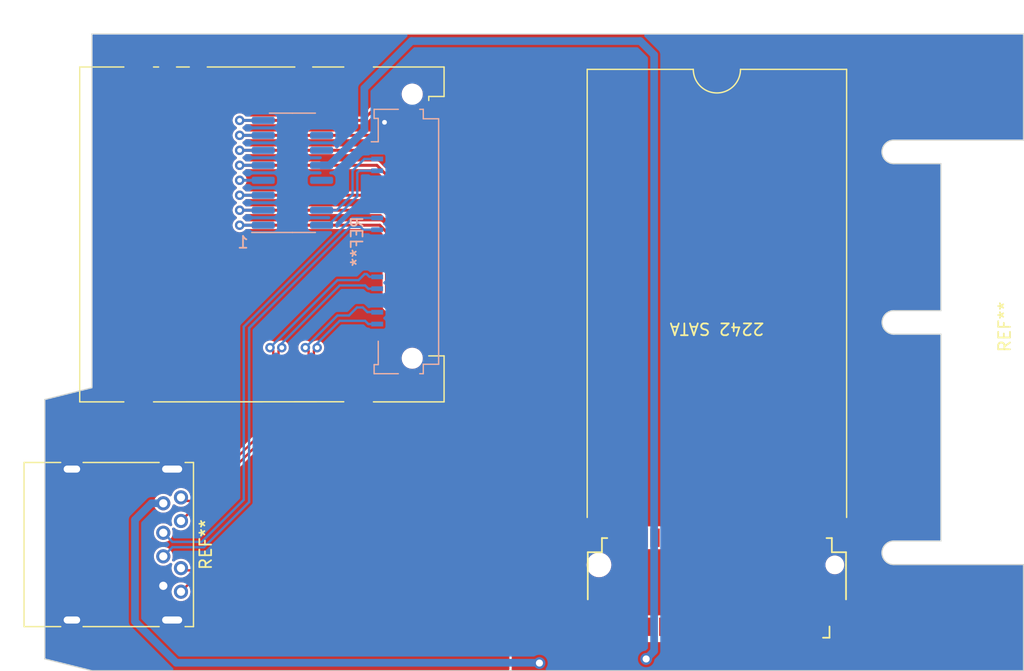
<source format=kicad_pcb>
(kicad_pcb (version 20211014) (generator pcbnew)
  (layers (0 "F.Cu" signal) (31 "B.Cu" signal) (34 "B.Paste" user) (35 "F.Paste" user) (36 "B.SilkS" user "B.Silkscreen") (37 "F.SilkS" user "F.Silkscreen") (38 "B.Mask" user) (39 "F.Mask" user) (44 "Edge.Cuts" user))
  (net 0 "")
  (net 1 "SATAB+")
  (net 2 "SATAB-")
  (net 3 "3v3")
  (net 4 "GND")
  (net 5 "SATAA-")
  (net 6 "SATAA+")
  (net 7 "5V")
  (net 8 "D+")
  (net 9 "D-")
  (net 10 "SSTX+")
  (net 11 "SSTX-")
  (net 12 "SSRX+")
  (net 13 "SSRX-")
  (footprint "whatever:microSATA_TC" (layer "F.Cu") (at 168.5 107 -90)
    (fp_text reference "REF**")
    (fp_text value "microSATA_TC")
  )
  (footprint "Connector_Card:SD_Hirose_DM1AA_SF_PEJ82" (layer "F.Cu") (at 114.4125 97 -90)
    (fp_text reference "")
    (fp_text value "SD_Hirose_DM1AA_SF_PEJ82")
  )
  (footprint "whatever:Conn_TE-M.2-0.5-67P-doublesided" (layer "F.Cu") (at 153 125 180)
    (fp_text reference "")
    (fp_text value "")
  )
  (footprint "Connector_USB:USB3_A_Molex_48393-001" (layer "F.Cu") (at 106.05 119.8 -90)
    (fp_text reference "REF**")
    (fp_text value "USB3_A_Molex_48393-001")
  )
  (footprint "Package_SO:SOIC-16_3.9x9.9mm_P1.27mm" (layer "B.Cu") (at 117 91.773)
    (fp_text reference "           1")
    (fp_text value "SOIC-16 for MA8121N")
  )
  (footprint "Connector_FFC-FPC:Molex_200528-0170_1x17-1MP_P1.00mm_Horizontal" (layer "B.Cu") (at 125.1 97.6 -90)
    (fp_text reference "REF**")
    (fp_text value "Molex_200528-0170_1x17-1MP_P1.00mm_Horizontal")
  )
  (gr_arc (start 168.01 105.46) (mid 167.01 104.46) (end 168.01 103.46) (layer "Edge.Cuts") (width 0.1))
  (gr_line (start 179 80) (end 100 80) (layer "Edge.Cuts") (width 0.1))
  (gr_line (start 179 89) (end 168 89) (layer "Edge.Cuts") (width 0.1))
  (gr_line (start 179 125) (end 168 125) (layer "Edge.Cuts") (width 0.1))
  (gr_line (start 172 123) (end 172 105.46) (layer "Edge.Cuts") (width 0.1))
  (gr_arc (start 168 91) (mid 167 90) (end 168 89) (layer "Edge.Cuts") (width 0.1))
  (gr_line (start 100 134) (end 179 134) (layer "Edge.Cuts") (width 0.1))
  (gr_line (start 100 134) (end 96 133) (layer "Edge.Cuts") (width 0.1))
  (gr_line (start 96 133) (end 96 111) (layer "Edge.Cuts") (width 0.1))
  (gr_line (start 172 91) (end 168 91) (layer "Edge.Cuts") (width 0.1))
  (gr_line (start 179 134) (end 179 125) (layer "Edge.Cuts") (width 0.1))
  (gr_line (start 96 111) (end 100 110) (layer "Edge.Cuts") (width 0.1))
  (gr_line (start 168 123) (end 172 123) (layer "Edge.Cuts") (width 0.1))
  (gr_line (start 179 80) (end 179 89) (layer "Edge.Cuts") (width 0.1))
  (gr_line (start 100 110) (end 100 80) (layer "Edge.Cuts") (width 0.1))
  (gr_line (start 172 105.46) (end 168 105.46) (layer "Edge.Cuts") (width 0.1))
  (gr_line (start 172 91) (end 172 103.46) (layer "Edge.Cuts") (width 0.1))
  (gr_line (start 172 103.46) (end 168 103.46) (layer "Edge.Cuts") (width 0.1))
  (gr_arc (start 168 125) (mid 167 124) (end 168 123) (layer "Edge.Cuts") (width 0.1))
  (segment (start 128.791 100.575) (end 129.3625 100.575) (width 0.25) (layer "F.Cu") (net 0))
  (segment (start 112.525 93.678) (end 125.055 93.678) (width 0.25) (layer "F.Cu") (net 0))
  (segment (start 124.974 96.784) (end 124.408 96.218) (width 0.25) (layer "F.Cu") (net 0))
  (segment (start 124.408 96.218) (end 112.525 96.218) (width 0.25) (layer "F.Cu") (net 0))
  (segment (start 122.966 87.328) (end 123.844 86.45) (width 0.25) (layer "F.Cu") (net 0))
  (segment (start 124.66 94.948) (end 125.974 96.262) (width 0.25) (layer "F.Cu") (net 0))
  (segment (start 112.525 94.948) (end 124.66 94.948) (width 0.25) (layer "F.Cu") (net 0))
  (segment (start 126.481 103.075) (end 129.3625 103.075) (width 0.25) (layer "F.Cu") (net 0))
  (segment (start 129.3625 93.075) (end 126.1555 89.868) (width 0.25) (layer "F.Cu") (net 0))
  (segment (start 126.974 98.758) (end 128.791 100.575) (width 0.25) (layer "F.Cu") (net 0))
  (segment (start 125.974 102.568) (end 126.481 103.075) (width 0.25) (layer "F.Cu") (net 0))
  (segment (start 127.441 105.575) (end 124.974 103.108) (width 0.25) (layer "F.Cu") (net 0))
  (segment (start 126.981 88.15) (end 129.3625 88.15) (width 0.25) (layer "F.Cu") (net 0))
  (segment (start 129.3625 105.575) (end 127.441 105.575) (width 0.25) (layer "F.Cu") (net 0))
  (segment (start 125.974 96.262) (end 125.974 102.568) (width 0.25) (layer "F.Cu") (net 0))
  (segment (start 112.525 88.598) (end 126.533 88.598) (width 0.25) (layer "F.Cu") (net 0))
  (segment (start 123.844 86.45) (end 129.3625 86.45) (width 0.25) (layer "F.Cu") (net 0))
  (segment (start 126.1555 89.868) (end 112.525 89.868) (width 0.25) (layer "F.Cu") (net 0))
  (segment (start 126.533 88.598) (end 126.981 88.15) (width 0.25) (layer "F.Cu") (net 0))
  (segment (start 124.164 91.138) (end 128.601 95.575) (width 0.25) (layer "F.Cu") (net 0))
  (segment (start 125.055 93.678) (end 126.974 95.597) (width 0.25) (layer "F.Cu") (net 0))
  (segment (start 112.525 91.138) (end 124.164 91.138) (width 0.25) (layer "F.Cu") (net 0))
  (segment (start 112.525 87.328) (end 122.966 87.328) (width 0.25) (layer "F.Cu") (net 0))
  (segment (start 126.974 95.597) (end 126.974 98.758) (width 0.25) (layer "F.Cu") (net 0))
  (segment (start 124.974 103.108) (end 124.974 96.784) (width 0.25) (layer "F.Cu") (net 0))
  (segment (start 128.601 95.575) (end 129.3625 95.575) (width 0.25) (layer "F.Cu") (net 0))
  (via (at 112.525 93.678) (size 0.8) (drill 0.4) (layers "F.Cu" "B.Cu") (net 0))
  (via (at 112.525 91.138) (size 0.8) (drill 0.4) (layers "F.Cu" "B.Cu") (net 0))
  (via (at 112.525 88.598) (size 0.8) (drill 0.4) (layers "F.Cu" "B.Cu") (net 0))
  (via (at 112.525 96.218) (size 0.8) (drill 0.4) (layers "F.Cu" "B.Cu") (net 0))
  (via (at 112.525 92.408) (size 0.8) (drill 0.4) (layers "F.Cu" "B.Cu") (net 0))
  (via (at 112.525 87.328) (size 0.8) (drill 0.4) (layers "F.Cu" "B.Cu") (net 0))
  (via (at 112.525 94.948) (size 0.8) (drill 0.4) (layers "F.Cu" "B.Cu") (net 0))
  (via (at 112.525 89.868) (size 0.8) (drill 0.4) (layers "F.Cu" "B.Cu") (net 0))
  (segment (start 114.525 96.218) (end 112.525 96.218) (width 0.25) (layer "B.Cu") (net 0))
  (segment (start 114.525 94.948) (end 112.525 94.948) (width 0.25) (layer "B.Cu") (net 0))
  (segment (start 114.525 92.408) (end 112.525 92.408) (width 0.25) (layer "B.Cu") (net 0))
  (segment (start 114.525 88.598) (end 112.525 88.598) (width 0.25) (layer "B.Cu") (net 0))
  (segment (start 114.525 87.328) (end 112.525 87.328) (width 0.25) (layer "B.Cu") (net 0))
  (segment (start 114.525 91.138) (end 112.525 91.138) (width 0.25) (layer "B.Cu") (net 0))
  (segment (start 114.525 93.678) (end 112.525 93.678) (width 0.25) (layer "B.Cu") (net 0))
  (segment (start 114.525 89.868) (end 112.525 89.868) (width 0.25) (layer "B.Cu") (net 0))
  (segment (start 161.841726 98.34) (end 164.489314 98.34) (width 0.2) (layer "F.Cu") (net 1))
  (segment (start 158.028764 103.1315) (end 158.237075 103.339811) (width 0.2) (layer "F.Cu") (net 1))
  (segment (start 164.489314 98.34) (end 166.204314 100.055) (width 0.2) (layer "F.Cu") (net 1))
  (segment (start 158.661339 102.915546) (end 158.154419 102.408625) (width 0.2) (layer "F.Cu") (net 1))
  (segment (start 152.075 108.661) (end 157.6045 103.1315) (width 0.2) (layer "F.Cu") (net 1))
  (segment (start 159.703127 100.902863) (end 159.911438 101.111174) (width 0.2) (layer "F.Cu") (net 1))
  (segment (start 158.751641 101.984363) (end 159.278863 101.457137) (width 0.2) (layer "F.Cu") (net 1))
  (segment (start 152.075 129.055) (end 152.075 108.661) (width 0.2) (layer "F.Cu") (net 1))
  (segment (start 158.154419 102.235669) (end 158.15442 102.235669) (width 0.2) (layer "F.Cu") (net 1))
  (segment (start 166.204314 100.055) (end 168.5 100.055) (width 0.2) (layer "F.Cu") (net 1))
  (segment (start 158.15442 102.235669) (end 158.405728 101.984362) (width 0.2) (layer "F.Cu") (net 1))
  (segment (start 152.25 129.23) (end 152.075 129.055) (width 0.2) (layer "F.Cu") (net 1))
  (segment (start 160.12739 100.054333) (end 160.127391 100.054334) (width 0.2) (layer "F.Cu") (net 1))
  (segment (start 158.661339 102.915545) (end 158.661339 102.915546) (width 0.2) (layer "F.Cu") (net 1))
  (segment (start 158.578684 101.984362) (end 158.578685 101.984363) (width 0.2) (layer "F.Cu") (net 1))
  (segment (start 160.335702 100.686909) (end 160.12739 100.478597) (width 0.2) (layer "F.Cu") (net 1))
  (segment (start 160.335702 100.686908) (end 160.335702 100.686909) (width 0.2) (layer "F.Cu") (net 1))
  (segment (start 152.25 130.275) (end 152.25 129.23) (width 0.2) (layer "F.Cu") (net 1))
  (segment (start 160.127391 100.054334) (end 161.841726 98.34) (width 0.2) (layer "F.Cu") (net 1))
  (segment (start 159.278863 101.457137) (end 159.278863 100.902863) (width 0.2) (layer "F.Cu") (net 1))
  (arc (start 160.12739 100.478597) (mid 160.039522 100.266465) (end 160.12739 100.054333) (width 0.2) (layer "F.Cu") (net 1))
  (arc (start 158.154419 102.408625) (mid 158.118599 102.322147) (end 158.154419 102.235669) (width 0.2) (layer "F.Cu") (net 1))
  (arc (start 157.6045 103.1315) (mid 157.816632 103.043632) (end 158.028764 103.1315) (width 0.2) (layer "F.Cu") (net 1))
  (arc (start 159.278863 100.902863) (mid 159.490995 100.814995) (end 159.703127 100.902863) (width 0.2) (layer "F.Cu") (net 1))
  (arc (start 159.911438 101.111174) (mid 160.12357 101.199042) (end 160.335702 101.111174) (width 0.2) (layer "F.Cu") (net 1))
  (arc (start 158.578685 101.984363) (mid 158.665163 102.020183) (end 158.751641 101.984363) (width 0.2) (layer "F.Cu") (net 1))
  (arc (start 158.237075 103.339811) (mid 158.449207 103.427679) (end 158.661339 103.339811) (width 0.2) (layer "F.Cu") (net 1))
  (arc (start 160.335702 101.111174) (mid 160.42357 100.899041) (end 160.335702 100.686908) (width 0.2) (layer "F.Cu") (net 1))
  (arc (start 158.405728 101.984362) (mid 158.492206 101.948542) (end 158.578684 101.984362) (width 0.2) (layer "F.Cu") (net 1))
  (arc (start 158.661339 103.339811) (mid 158.749207 103.127678) (end 158.661339 102.915545) (width 0.2) (layer "F.Cu") (net 1))
  (segment (start 153.847517 106.243982) (end 154.034051 106.057447) (width 0.2) (layer "F.Cu") (net 2))
  (segment (start 154.034052 105.819718) (end 154.034051 105.819717) (width 0.2) (layer "F.Cu") (net 2))
  (segment (start 155.73111 104.12266) (end 155.731109 104.122659) (width 0.2) (layer "F.Cu") (net 2))
  (segment (start 155.306844 104.546924) (end 155.306845 104.546924) (width 0.2) (layer "F.Cu") (net 2))
  (segment (start 154.696046 105.395453) (end 154.88258 105.208918) (width 0.2) (layer "F.Cu") (net 2))
  (segment (start 154.696045 105.395454) (end 154.696046 105.395453) (width 0.2) (layer "F.Cu") (net 2))
  (segment (start 151.912728 107.94104) (end 151.912729 107.94104) (width 0.2) (layer "F.Cu") (net 2))
  (segment (start 156.579637 103.036399) (end 156.766174 102.849866) (width 0.2) (layer "F.Cu") (net 2))
  (segment (start 157.428167 102.425601) (end 157.428166 102.4256) (width 0.2) (layer "F.Cu") (net 2))
  (segment (start 154.03405 105.581986) (end 154.220587 105.395453) (width 0.2) (layer "F.Cu") (net 2))
  (segment (start 155.731108 103.884928) (end 155.917645 103.698395) (width 0.2) (layer "F.Cu") (net 2))
  (segment (start 156.579639 103.274131) (end 156.579638 103.27413) (width 0.2) (layer "F.Cu") (net 2))
  (segment (start 153.847516 106.243983) (end 153.847517 106.243982) (width 0.2) (layer "F.Cu") (net 2))
  (segment (start 152.150458 107.941041) (end 152.150459 107.94104) (width 0.2) (layer "F.Cu") (net 2))
  (segment (start 155.731109 104.122659) (end 155.731108 104.122658) (width 0.2) (layer "F.Cu") (net 2))
  (segment (start 165.5 98.785) (end 168.5 98.785) (width 0.2) (layer "F.Cu") (net 2))
  (segment (start 153.185521 106.430515) (end 153.372058 106.243982) (width 0.2) (layer "F.Cu") (net 2))
  (segment (start 157.428168 102.425602) (end 157.428167 102.425601) (width 0.2) (layer "F.Cu") (net 2))
  (segment (start 156.393103 103.698396) (end 156.393104 103.698395) (width 0.2) (layer "F.Cu") (net 2))
  (segment (start 151.75 129.295685) (end 151.675 129.220685) (width 0.2) (layer "F.Cu") (net 2))
  (segment (start 155.731107 103.884929) (end 155.731108 103.884928) (width 0.2) (layer "F.Cu") (net 2))
  (segment (start 154.882578 104.733458) (end 154.882579 104.733457) (width 0.2) (layer "F.Cu") (net 2))
  (segment (start 151.675 129.220685) (end 151.675 107.94104) (width 0.2) (layer "F.Cu") (net 2))
  (segment (start 164.655 97.94) (end 165.5 98.785) (width 0.2) (layer "F.Cu") (net 2))
  (segment (start 152.998987 107.092512) (end 152.998988 107.092511) (width 0.2) (layer "F.Cu") (net 2))
  (segment (start 154.882581 104.971189) (end 154.88258 104.971188) (width 0.2) (layer "F.Cu") (net 2))
  (segment (start 157.241633 102.849866) (end 157.428167 102.663331) (width 0.2) (layer "F.Cu") (net 2))
  (segment (start 156.155373 103.698395) (end 156.155374 103.698395) (width 0.2) (layer "F.Cu") (net 2))
  (segment (start 152.336992 107.279044) (end 152.523529 107.092511) (width 0.2) (layer "F.Cu") (net 2))
  (segment (start 153.18552 106.430516) (end 153.185521 106.430515) (width 0.2) (layer "F.Cu") (net 2))
  (segment (start 152.336993 107.516775) (end 152.336992 107.516774) (width 0.2) (layer "F.Cu") (net 2))
  (segment (start 152.336991 107.279045) (end 152.336992 107.279044) (width 0.2) (layer "F.Cu") (net 2))
  (segment (start 161.67604 97.94) (end 164.655 97.94) (width 0.2) (layer "F.Cu") (net 2))
  (segment (start 154.458315 105.395453) (end 154.458316 105.395453) (width 0.2) (layer "F.Cu") (net 2))
  (segment (start 152.761257 107.092511) (end 152.761258 107.092511) (width 0.2) (layer "F.Cu") (net 2))
  (segment (start 156.579636 103.0364) (end 156.579637 103.036399) (width 0.2) (layer "F.Cu") (net 2))
  (segment (start 157.428166 102.18787) (end 158.035464 101.580576) (width 0.2) (layer "F.Cu") (net 2))
  (segment (start 153.609786 106.243982) (end 153.609787 106.243982) (width 0.2) (layer "F.Cu") (net 2))
  (segment (start 157.241632 102.849867) (end 157.241633 102.849866) (width 0.2) (layer "F.Cu") (net 2))
  (segment (start 152.150459 107.94104) (end 152.336993 107.754505) (width 0.2) (layer "F.Cu") (net 2))
  (segment (start 151.75 130.275) (end 151.75 129.295685) (width 0.2) (layer "F.Cu") (net 2))
  (segment (start 154.88258 104.971188) (end 154.882579 104.971187) (width 0.2) (layer "F.Cu") (net 2))
  (segment (start 153.185522 106.668246) (end 153.185521 106.668245) (width 0.2) (layer "F.Cu") (net 2))
  (segment (start 154.034049 105.581987) (end 154.03405 105.581986) (width 0.2) (layer "F.Cu") (net 2))
  (segment (start 156.579638 103.27413) (end 156.579637 103.274129) (width 0.2) (layer "F.Cu") (net 2))
  (segment (start 152.998988 107.092511) (end 153.185522 106.905976) (width 0.2) (layer "F.Cu") (net 2))
  (segment (start 154.034051 105.819717) (end 154.03405 105.819716) (width 0.2) (layer "F.Cu") (net 2))
  (segment (start 157.428165 102.187871) (end 157.428166 102.18787) (width 0.2) (layer "F.Cu") (net 2))
  (segment (start 152.336994 107.516776) (end 152.336993 107.516775) (width 0.2) (layer "F.Cu") (net 2))
  (segment (start 153.185523 106.668247) (end 153.185522 106.668246) (width 0.2) (layer "F.Cu") (net 2))
  (segment (start 155.544575 104.546924) (end 155.731109 104.360389) (width 0.2) (layer "F.Cu") (net 2))
  (segment (start 158.035464 101.580576) (end 161.67604 97.94) (width 0.2) (layer "F.Cu") (net 2))
  (segment (start 155.544574 104.546925) (end 155.544575 104.546924) (width 0.2) (layer "F.Cu") (net 2))
  (segment (start 154.882579 104.733457) (end 155.069116 104.546924) (width 0.2) (layer "F.Cu") (net 2))
  (segment (start 157.003902 102.849866) (end 157.003903 102.849866) (width 0.2) (layer "F.Cu") (net 2))
  (segment (start 156.393104 103.698395) (end 156.579638 103.51186) (width 0.2) (layer "F.Cu") (net 2))
  (arc (start 156.579638 103.51186) (mid 156.628874 103.392996) (end 156.579639 103.274131) (width 0.2) (layer "F.Cu") (net 2))
  (arc (start 155.917645 103.698395) (mid 156.036509 103.64916) (end 156.155373 103.698395) (width 0.2) (layer "F.Cu") (net 2))
  (arc (start 156.766174 102.849866) (mid 156.885038 102.800631) (end 157.003902 102.849866) (width 0.2) (layer "F.Cu") (net 2))
  (arc (start 157.003903 102.849866) (mid 157.122767 102.899102) (end 157.241632 102.849867) (width 0.2) (layer "F.Cu") (net 2))
  (arc (start 157.428167 102.663331) (mid 157.477403 102.544467) (end 157.428168 102.425602) (width 0.2) (layer "F.Cu") (net 2))
  (arc (start 154.034051 106.057447) (mid 154.083287 105.938583) (end 154.034052 105.819718) (width 0.2) (layer "F.Cu") (net 2))
  (arc (start 155.731108 104.122658) (mid 155.681872 104.003794) (end 155.731107 103.884929) (width 0.2) (layer "F.Cu") (net 2))
  (arc (start 156.155374 103.698395) (mid 156.274238 103.747631) (end 156.393103 103.698396) (width 0.2) (layer "F.Cu") (net 2))
  (arc (start 153.372058 106.243982) (mid 153.490922 106.194747) (end 153.609786 106.243982) (width 0.2) (layer "F.Cu") (net 2))
  (arc (start 151.912729 107.94104) (mid 152.031593 107.990276) (end 152.150458 107.941041) (width 0.2) (layer "F.Cu") (net 2))
  (arc (start 157.428166 102.4256) (mid 157.37893 102.306736) (end 157.428165 102.187871) (width 0.2) (layer "F.Cu") (net 2))
  (arc (start 154.220587 105.395453) (mid 154.339451 105.346218) (end 154.458315 105.395453) (width 0.2) (layer "F.Cu") (net 2))
  (arc (start 152.761258 107.092511) (mid 152.880122 107.141747) (end 152.998987 107.092512) (width 0.2) (layer "F.Cu") (net 2))
  (arc (start 152.336992 107.516774) (mid 152.287756 107.39791) (end 152.336991 107.279045) (width 0.2) (layer "F.Cu") (net 2))
  (arc (start 155.069116 104.546924) (mid 155.18798 104.497689) (end 155.306844 104.546924) (width 0.2) (layer "F.Cu") (net 2))
  (arc (start 155.731109 104.360389) (mid 155.780345 104.241525) (end 155.73111 104.12266) (width 0.2) (layer "F.Cu") (net 2))
  (arc (start 154.03405 105.819716) (mid 153.984814 105.700852) (end 154.034049 105.581987) (width 0.2) (layer "F.Cu") (net 2))
  (arc (start 152.336993 107.754505) (mid 152.386229 107.635641) (end 152.336994 107.516776) (width 0.2) (layer "F.Cu") (net 2))
  (arc (start 151.675 107.94104) (mid 151.793864 107.891805) (end 151.912728 107.94104) (width 0.2) (layer "F.Cu") (net 2))
  (arc (start 154.882579 104.971187) (mid 154.833343 104.852323) (end 154.882578 104.733458) (width 0.2) (layer "F.Cu") (net 2))
  (arc (start 154.88258 105.208918) (mid 154.931816 105.090054) (end 154.882581 104.971189) (width 0.2) (layer "F.Cu") (net 2))
  (arc (start 155.306845 104.546924) (mid 155.425709 104.59616) (end 155.544574 104.546925) (width 0.2) (layer "F.Cu") (net 2))
  (arc (start 154.458316 105.395453) (mid 154.57718 105.444689) (end 154.696045 105.395454) (width 0.2) (layer "F.Cu") (net 2))
  (arc (start 153.185522 106.905976) (mid 153.234758 106.787112) (end 153.185523 106.668247) (width 0.2) (layer "F.Cu") (net 2))
  (arc (start 152.523529 107.092511) (mid 152.642393 107.043276) (end 152.761257 107.092511) (width 0.2) (layer "F.Cu") (net 2))
  (arc (start 153.185521 106.668245) (mid 153.136285 106.549381) (end 153.18552 106.430516) (width 0.2) (layer "F.Cu") (net 2))
  (arc (start 153.609787 106.243982) (mid 153.728651 106.293218) (end 153.847516 106.243983) (width 0.2) (layer "F.Cu") (net 2))
  (arc (start 156.579637 103.274129) (mid 156.530401 103.155265) (end 156.579636 103.0364) (width 0.2) (layer "F.Cu") (net 2))
  (segment (start 166 107.445) (end 162.287 107.445) (width 0.2) (layer "F.Cu") (net 3))
  (segment (start 165.996 107.859) (end 165.589 108.02) (width 0.2) (layer "F.Cu") (net 3))
  (segment (start 162.05 121.959) (end 162.05 109.494) (width 0.2) (layer "F.Cu") (net 3))
  (segment (start 162.288 107.446) (end 162.288 107.756) (width 0.2) (layer "F.Cu") (net 3))
  (segment (start 162.288 107.756) (end 166.334 107.756) (width 0.2) (layer "F.Cu") (net 3))
  (segment (start 162.102 108.108) (end 162.327 107.793) (width 0.2) (layer "F.Cu") (net 3))
  (segment (start 161.472 108.264) (end 161.45 108.264) (width 0.2) (layer "F.Cu") (net 3))
  (segment (start 161.989 121.959) (end 162.05 121.959) (width 0.2) (layer "F.Cu") (net 3))
  (segment (start 162.75 109) (end 162.5 109.25) (width 0.2) (layer "F.Cu") (net 3))
  (segment (start 162.303 108.259) (end 161.841 108.154) (width 0.2) (layer "F.Cu") (net 3))
  (segment (start 161.814 121.679) (end 161.841 108.367) (width 0.2) (layer "F.Cu") (net 3))
  (segment (start 162.543 108.673) (end 162.602 108.772) (width 0.2) (layer "F.Cu") (net 3))
  (segment (start 161.738 108.265) (end 162.303 108.259) (width 0.2) (layer "F.Cu") (net 3))
  (segment (start 161.841 108.154) (end 162.173 107.805) (width 0.2) (layer "F.Cu") (net 3))
  (segment (start 161.958 108.458) (end 161.738 108.265) (width 0.2) (layer "F.Cu") (net 3))
  (segment (start 162.11 107.67) (end 168.5 107.67) (width 0.25) (layer "F.Cu") (net 3))
  (segment (start 162.5 108.574) (end 165.544 108.483) (width 0.2) (layer "F.Cu") (net 3))
  (segment (start 168.5 108.94) (end 162.49 108.94) (width 0.25) (layer "F.Cu") (net 3))
  (segment (start 162.327 107.793) (end 162.214 108.147) (width 0.2) (layer "F.Cu") (net 3))
  (segment (start 161.693 108.342) (end 161.664 121.697) (width 0.2) (layer "F.Cu") (net 3))
  (segment (start 166.334 107.446) (end 162.288 107.446) (width 0.2) (layer "F.Cu") (net 3))
  (segment (start 165.544 108.483) (end 165.568 108.622) (width 0.2) (layer "F.Cu") (net 3))
  (segment (start 162.273 109.165) (end 162.492 109.044) (width 0.2) (layer "F.Cu") (net 3))
  (segment (start 165.589 108.02) (end 162.31 107.996) (width 0.2) (layer "F.Cu") (net 3))
  (segment (start 162.095 108.961) (end 162.055 109.062) (width 0.2) (layer "F.Cu") (net 3))
  (segment (start 166.334 107.756) (end 166.334 107.446) (width 0.2) (layer "F.Cu") (net 3))
  (segment (start 162.602 108.772) (end 165.986 108.765) (width 0.2) (layer "F.Cu") (net 3))
  (segment (start 166.135 109.165) (end 162.273 109.165) (width 0.2) (layer "F.Cu") (net 3))
  (segment (start 161.967 109.274) (end 162.509 108.766) (width 0.2) (layer "F.Cu") (net 3))
  (segment (start 161.978 108.891) (end 162.381 108.489) (width 0.2) (layer "F.Cu") (net 3))
  (segment (start 161.5 108.28) (end 162.11 107.67) (width 0.25) (layer "F.Cu") (net 3))
  (segment (start 162.492 109.044) (end 166.089 109.033) (width 0.2) (layer "F.Cu") (net 3))
  (segment (start 162.381 108.489) (end 161.866 108.771) (width 0.2) (layer "F.Cu") (net 3))
  (segment (start 161.45 122.104) (end 161.472 122.104) (width 0.2) (layer "F.Cu") (net 3))
  (segment (start 161.472 122.104) (end 161.472 108.264) (width 0.2) (layer "F.Cu") (net 3))
  (segment (start 161.841 108.367) (end 161.967 109.274) (width 0.2) (layer "F.Cu") (net 3))
  (segment (start 165.429 108.359) (end 162.352 108.384) (width 0.2) (layer "F.Cu") (net 3))
  (segment (start 161.45 108.264) (end 161.45 122.104) (width 0.2) (layer "F.Cu") (net 3))
  (segment (start 161.5 122.725) (end 161.5 108.28) (width 0.25) (layer "F.Cu") (net 3))
  (segment (start 162.451 108.622) (end 161.978 108.891) (width 0.2) (layer "F.Cu") (net 3))
  (segment (start 161.664 121.697) (end 161.814 121.679) (width 0.2) (layer "F.Cu") (net 3))
  (segment (start 162.49 108.94) (end 162 109.43) (width 0.25) (layer "F.Cu") (net 3))
  (segment (start 166.127 109.067) (end 166.135 109.165) (width 0.2) (layer "F.Cu") (net 3))
  (segment (start 165.568 108.622) (end 162.543 108.673) (width 0.2) (layer "F.Cu") (net 3))
  (segment (start 162 109.43) (end 162 122.725) (width 0.25) (layer "F.Cu") (net 3))
  (segment (start 162.287 107.445) (end 161.45 108.264) (width 0.2) (layer "F.Cu") (net 3))
  (segment (start 162.055 109.062) (end 162.451 108.622) (width 0.2) (layer "F.Cu") (net 3))
  (segment (start 161.866 108.771) (end 162.333 108.342) (width 0.2) (layer "F.Cu") (net 3))
  (segment (start 165.833 107.618) (end 166 107.445) (width 0.2) (layer "F.Cu") (net 3))
  (segment (start 162.509 108.766) (end 162.095 108.961) (width 0.2) (layer "F.Cu") (net 3))
  (segment (start 162.173 107.805) (end 162.102 108.108) (width 0.2) (layer "F.Cu") (net 3))
  (segment (start 162.31 107.996) (end 162.393 108.186) (width 0.2) (layer "F.Cu") (net 3))
  (segment (start 165.586 108.17) (end 165.429 108.359) (width 0.2) (layer "F.Cu") (net 3))
  (segment (start 162.333 108.342) (end 161.958 108.458) (width 0.2) (layer "F.Cu") (net 3))
  (segment (start 162.214 108.147) (end 162.432 107.857) (width 0.2) (layer "F.Cu") (net 3))
  (segment (start 162.332 107.57) (end 165.833 107.618) (width 0.2) (layer "F.Cu") (net 3))
  (segment (start 161.75 110) (end 162.75 109) (width 0.2) (layer "F.Cu") (net 3))
  (segment (start 162.352 108.384) (end 162.5 108.574) (width 0.2) (layer "F.Cu") (net 3))
  (segment (start 162.432 107.857) (end 165.996 107.859) (width 0.2) (layer "F.Cu") (net 3))
  (segment (start 162.5 109.25) (end 162 109.5) (width 0.2) (layer "F.Cu") (net 3))
  (segment (start 162.393 108.186) (end 165.586 108.17) (width 0.2) (layer "F.Cu") (net 3))
  (arc (start 161.55 121.95) (mid 161.75 121.75) (end 161.95 121.95) (width 0.2) (layer "F.Cu") (net 3))
  (arc (start 166 108.715) (mid 165.59 108.305) (end 166 107.895) (width 0.2) (layer "F.Cu") (net 3))
  (segment (start 166.325 97.515) (end 166.3245 97.5145) (width 0.25) (layer "F.Cu") (net 4))
  (segment (start 168.5 97.515) (end 161.5 97.515) (width 0.25) (layer "F.Cu") (net 4))
  (segment (start 161.5 97.515) (end 151.25 107.765) (width 0.25) (layer "F.Cu") (net 4))
  (segment (start 151.25 107.765) (end 151.25 130.275) (width 0.25) (layer "F.Cu") (net 4))
  (segment (start 168.5 97.515) (end 166.325 97.515) (width 0.25) (layer "F.Cu") (net 4))
  (via (at 124.811 87.491) (size 0.8) (drill 0.4) (layers "F.Cu" "B.Cu") (net 4))
  (segment (start 126.6 87.1) (end 127.19 87.1) (width 0.2) (layer "B.Cu") (net 4))
  (segment (start 150.825 125.305) (end 150.825 107.58896) (width 0.2) (layer "F.Cu") (net 5))
  (segment (start 150.639544 125.719545) (end 150.639545 125.719545) (width 0.2) (layer "F.Cu") (net 5))
  (segment (start 150.825 129.225) (end 150.825 128.905) (width 0.2) (layer "F.Cu") (net 5))
  (segment (start 150.639545 127.519545) (end 150.639544 127.519545) (width 0.2) (layer "F.Cu") (net 5))
  (segment (start 161.32396 97.09) (end 164.655 97.09) (width 0.2) (layer "F.Cu") (net 5))
  (segment (start 150.825 126.73409) (end 150.825 126.505) (width 0.2) (layer "F.Cu") (net 5))
  (segment (start 150.639544 128.119545) (end 150.639545 128.119545) (width 0.2) (layer "F.Cu") (net 5))
  (segment (start 164.655 97.09) (end 165.5 96.245) (width 0.2) (layer "F.Cu") (net 5))
  (segment (start 150.825 125.53409) (end 150.825 125.305) (width 0.2) (layer "F.Cu") (net 5))
  (segment (start 150.454089 128.53409) (end 150.454089 128.305) (width 0.2) (layer "F.Cu") (net 5))
  (segment (start 165.5 96.245) (end 168.5 96.245) (width 0.2) (layer "F.Cu") (net 5))
  (segment (start 150.454089 127.33409) (end 150.454089 127.105) (width 0.2) (layer "F.Cu") (net 5))
  (segment (start 150.75 129.3) (end 150.825 129.225) (width 0.2) (layer "F.Cu") (net 5))
  (segment (start 150.75 130.275) (end 150.75 129.3) (width 0.2) (layer "F.Cu") (net 5))
  (segment (start 150.639544 126.919545) (end 150.639545 126.919545) (width 0.2) (layer "F.Cu") (net 5))
  (segment (start 150.825 107.58896) (end 161.32396 97.09) (width 0.2) (layer "F.Cu") (net 5))
  (segment (start 150.639545 128.719545) (end 150.639544 128.719545) (width 0.2) (layer "F.Cu") (net 5))
  (segment (start 150.639545 126.319545) (end 150.639544 126.319545) (width 0.2) (layer "F.Cu") (net 5))
  (segment (start 150.825 127.93409) (end 150.825 127.705) (width 0.2) (layer "F.Cu") (net 5))
  (segment (start 150.454089 126.13409) (end 150.454089 125.905) (width 0.2) (layer "F.Cu") (net 5))
  (arc (start 150.639545 128.119545) (mid 150.770681 128.065226) (end 150.825 127.93409) (width 0.2) (layer "F.Cu") (net 5))
  (arc (start 150.454089 125.905) (mid 150.508408 125.773864) (end 150.639544 125.719545) (width 0.2) (layer "F.Cu") (net 5))
  (arc (start 150.639544 126.319545) (mid 150.508408 126.265226) (end 150.454089 126.13409) (width 0.2) (layer "F.Cu") (net 5))
  (arc (start 150.454089 127.105) (mid 150.508408 126.973864) (end 150.639544 126.919545) (width 0.2) (layer "F.Cu") (net 5))
  (arc (start 150.825 128.905) (mid 150.770681 128.773864) (end 150.639545 128.719545) (width 0.2) (layer "F.Cu") (net 5))
  (arc (start 150.639545 125.719545) (mid 150.770681 125.665226) (end 150.825 125.53409) (width 0.2) (layer "F.Cu") (net 5))
  (arc (start 150.454089 128.305) (mid 150.508408 128.173864) (end 150.639544 128.119545) (width 0.2) (layer "F.Cu") (net 5))
  (arc (start 150.825 127.705) (mid 150.770681 127.573864) (end 150.639545 127.519545) (width 0.2) (layer "F.Cu") (net 5))
  (arc (start 150.639544 127.519545) (mid 150.508408 127.465226) (end 150.454089 127.33409) (width 0.2) (layer "F.Cu") (net 5))
  (arc (start 150.639544 128.719545) (mid 150.508408 128.665226) (end 150.454089 128.53409) (width 0.2) (layer "F.Cu") (net 5))
  (arc (start 150.639545 126.919545) (mid 150.770681 126.865226) (end 150.825 126.73409) (width 0.2) (layer "F.Cu") (net 5))
  (arc (start 150.825 126.505) (mid 150.770681 126.373864) (end 150.639545 126.319545) (width 0.2) (layer "F.Cu") (net 5))
  (segment (start 150.25 129.23) (end 150.25 130.275) (width 0.2) (layer "F.Cu") (net 6))
  (segment (start 150 128.98) (end 150.25 129.23) (width 0.2) (layer "F.Cu") (net 6))
  (segment (start 150.425 107.423275) (end 150.425 125.23) (width 0.2) (layer "F.Cu") (net 6))
  (segment (start 150.425 125.23) (end 150 125.655) (width 0.2) (layer "F.Cu") (net 6))
  (segment (start 168.5 94.975) (end 166.204314 94.975) (width 0.2) (layer "F.Cu") (net 6))
  (segment (start 161.158274 96.69) (end 150.425 107.423275) (width 0.2) (layer "F.Cu") (net 6))
  (segment (start 166.204314 94.975) (end 164.489314 96.69) (width 0.2) (layer "F.Cu") (net 6))
  (segment (start 150 125.655) (end 150 128.98) (width 0.2) (layer "F.Cu") (net 6))
  (segment (start 164.489314 96.69) (end 161.158274 96.69) (width 0.2) (layer "F.Cu") (net 6))
  (segment (start 165 113.2) (end 165 113) (width 0.65) (layer "F.Cu") (net 7))
  (segment (start 135.78 133.89) (end 135.7 133.89) (width 0.2) (layer "F.Cu") (net 7))
  (segment (start 135.7 131.68) (end 136.16 131.68) (width 0.2) (layer "F.Cu") (net 7))
  (segment (start 136.856724 133.318276) (end 136.309 133.318) (width 0.2) (layer "F.Cu") (net 7))
  (segment (start 164 133) (end 163.5 132.5) (width 0.65) (layer "F.Cu") (net 7))
  (segment (start 164.6 131.9) (end 164.6 114.2) (width 0.2) (layer "F.Cu") (net 7))
  (segment (start 165.4 114.5) (end 165.4 132.7) (width 0.2) (layer "F.Cu") (net 7))
  (segment (start 165.25 113.5) (end 165.25 112.75) (width 0.65) (layer "F.Cu") (net 7))
  (segment (start 165.37 114.188) (end 165.416 114.098) (width 0.2) (layer "F.Cu") (net 7))
  (segment (start 164.696 133.21) (end 164.127 133.332) (width 0.2) (layer "F.Cu") (net 7))
  (segment (start 136.165 133.665) (end 136 133.5) (width 0.65) (layer "F.Cu") (net 7))
  (segment (start 135.7 133.89) (end 135.7 131.68) (width 0.2) (layer "F.Cu") (net 7))
  (segment (start 165.48 114.02) (end 165.48 113.73) (width 0.65) (layer "F.Cu") (net 7))
  (segment (start 136.1 131.9) (end 164.6 131.9) (width 0.65) (layer "F.Cu") (net 7))
  (segment (start 136 132.5) (end 136 132) (width 0.65) (layer "F.Cu") (net 7))
  (segment (start 164.6 113.082) (end 165.157 112.525) (width 0.2) (layer "F.Cu") (net 7))
  (segment (start 164.6 114.2) (end 164.6 113.082) (width 0.2) (layer "F.Cu") (net 7))
  (segment (start 165.4 114.46) (end 165.4 114.623) (width 0.2) (layer "F.Cu") (net 7))
  (segment (start 165.473 112.762) (end 165.472 112.526) (width 0.2) (layer "F.Cu") (net 7))
  (segment (start 164.456 132.232) (end 163.679 132.259) (width 0.2) (layer "F.Cu") (net 7))
  (segment (start 165.472 112.526) (end 165.165 112.526) (width 0.2) (layer "F.Cu") (net 7))
  (segment (start 165 113.2) (end 165 132.5) (width 0.65) (layer "F.Cu") (net 7))
  (segment (start 164.98 133.89) (end 165.24 132.63) (width 0.2) (layer "F.Cu") (net 7))
  (segment (start 164.127 133.332) (end 136.856724 133.318276) (width 0.2) (layer "F.Cu") (net 7))
  (segment (start 136.19 133.89) (end 135.78 133.89) (width 0.2) (layer "F.Cu") (net 7))
  (segment (start 136.16 131.68) (end 136.16 131.675) (width 0.2) (layer "F.Cu") (net 7))
  (segment (start 168.5 114.02) (end 165.5 114.02) (width 0.65) (layer "F.Cu") (net 7))
  (segment (start 149.5 133) (end 164 133) (width 0.65) (layer "F.Cu") (net 7))
  (segment (start 165 113) (end 165.25 112.75) (width 0.65) (layer "F.Cu") (net 7))
  (segment (start 165.25 112.75) (end 168.5 112.75) (width 0.65) (layer "F.Cu") (net 7))
  (segment (start 163.679 132.259) (end 164.696 133.21) (width 0.2) (layer "F.Cu") (net 7))
  (segment (start 136 132) (end 136.1 131.9) (width 0.65) (layer "F.Cu") (net 7))
  (segment (start 135.7 131.675) (end 135.7 131.813) (width 0.2) (layer "F.Cu") (net 7))
  (segment (start 165.4 132.7) (end 165.4 133.89) (width 0.2) (layer "F.Cu") (net 7))
  (segment (start 165.416 114.098) (end 165.324 114.356) (width 0.2) (layer "F.Cu") (net 7))
  (segment (start 165.48 113.73) (end 165.25 113.5) (width 0.65) (layer "F.Cu") (net 7))
  (segment (start 164.665 133.665) (end 164 133) (width 0.65) (layer "F.Cu") (net 7))
  (segment (start 164.665 133.665) (end 136.165 133.665) (width 0.65) (layer "F.Cu") (net 7))
  (segment (start 165 133.665) (end 164.665 133.665) (width 0.65) (layer "F.Cu") (net 7))
  (segment (start 164.6 132.7) (end 164.6 131.9) (width 0.2) (layer "F.Cu") (net 7))
  (segment (start 136 133) (end 149.5 133) (width 0.65) (layer "F.Cu") (net 7))
  (segment (start 165.4 133.89) (end 164.98 133.89) (width 0.2) (layer "F.Cu") (net 7))
  (segment (start 136 133.5) (end 136 133) (width 0.65) (layer "F.Cu") (net 7))
  (segment (start 165.25 112.75) (end 165.25 112.95) (width 0.65) (layer "F.Cu") (net 7))
  (segment (start 164.5 132.5) (end 165 133) (width 0.65) (layer "F.Cu") (net 7))
  (segment (start 136.16 131.675) (end 135.7 131.675) (width 0.2) (layer "F.Cu") (net 7))
  (segment (start 163.5 132.5) (end 136 132.5) (width 0.65) (layer "F.Cu") (net 7))
  (segment (start 164 133) (end 164 132.5) (width 0.65) (layer "F.Cu") (net 7))
  (segment (start 165.5 114.02) (end 165.48 114.02) (width 0.65) (layer "F.Cu") (net 7))
  (segment (start 165 133) (end 165 133.665) (width 0.65) (layer "F.Cu") (net 7))
  (segment (start 165 113.2) (end 165.25 112.95) (width 0.65) (layer "F.Cu") (net 7))
  (segment (start 165.25 112.95) (end 165.4 113.1) (width 0.65) (layer "F.Cu") (net 7))
  (segment (start 135.7 131.813) (end 135.854 133.805) (width 0.2) (layer "F.Cu") (net 7))
  (segment (start 165.24 132.63) (end 165.31 132.87) (width 0.2) (layer "F.Cu") (net 7))
  (via (at 137.95 133.35) (size 1) (drill 0.6) (layers "F.Cu" "B.Cu") (net 7))
  (via (at 147 133) (size 1) (drill 0.6) (layers "F.Cu" "B.Cu") (net 7))
  (arc (start 166 113.795) (mid 165.59 113.385) (end 166 112.975) (width 0.2) (layer "F.Cu") (net 7))
  (arc (start 166 113.795) (mid 165.59 113.385) (end 166 112.975) (width 0.2) (layer "F.Cu") (net 7))
  (arc (start 165.4 114.46) (mid 165.462972 114.307972) (end 165.615 114.245) (width 0.2) (layer "F.Cu") (net 7))
  (segment (start 147.675 81.775) (end 147.675 132.325) (width 0.65) (layer "B.Cu") (net 7))
  (segment (start 107.15 133.325) (end 137.925 133.325) (width 0.65) (layer "B.Cu") (net 7))
  (segment (start 147.675 132.325) (end 147 133) (width 0.65) (layer "B.Cu") (net 7))
  (segment (start 123.1 84.6) (end 127.1 80.6) (width 0.65) (layer "B.Cu") (net 7))
  (segment (start 105.05 119.8) (end 103.65 121.2) (width 0.65) (layer "B.Cu") (net 7))
  (segment (start 103.65 121.2) (end 103.65 129.825) (width 0.65) (layer "B.Cu") (net 7))
  (segment (start 120.134594 91.138) (end 123.1 88.172594) (width 0.65) (layer "B.Cu") (net 7))
  (segment (start 106.05 119.8) (end 105.05 119.8) (width 0.65) (layer "B.Cu") (net 7))
  (segment (start 127.1 80.6) (end 146.5 80.6) (width 0.65) (layer "B.Cu") (net 7))
  (segment (start 137.925 133.325) (end 137.95 133.35) (width 0.65) (layer "B.Cu") (net 7))
  (segment (start 123.1 88.172594) (end 123.1 84.6) (width 0.65) (layer "B.Cu") (net 7))
  (segment (start 119.475 91.138) (end 120.134594 91.138) (width 0.65) (layer "B.Cu") (net 7))
  (segment (start 103.65 129.825) (end 107.15 133.325) (width 0.65) (layer "B.Cu") (net 7))
  (segment (start 146.5 80.6) (end 147.675 81.775) (width 0.65) (layer "B.Cu") (net 7))
  (segment (start 122.5 91.765686) (end 122.5 93.765686) (width 0.2) (layer "B.Cu") (net 8))
  (segment (start 113.325 119.6932) (end 113.325 104.940686) (width 0.2) (layer "B.Cu") (net 8))
  (segment (start 122.774 96.36) (end 123.014 96.6) (width 0.2) (layer "B.Cu") (net 8))
  (segment (start 106.05 124.3) (end 106.824999 123.525001) (width 0.2) (layer "B.Cu") (net 8))
  (segment (start 122.5 93.765686) (end 120.047685 96.218) (width 0.2) (layer "B.Cu") (net 8))
  (segment (start 122.665686 91.6) (end 124.19 91.6) (width 0.2) (layer "B.Cu") (net 8))
  (segment (start 122.5 91.765686) (end 122.665686 91.6) (width 0.2) (layer "B.Cu") (net 8))
  (segment (start 113.325 104.940686) (end 121.905686 96.36) (width 0.2) (layer "B.Cu") (net 8))
  (segment (start 123.014 96.6) (end 124.19 96.6) (width 0.2) (layer "B.Cu") (net 8))
  (segment (start 109.493199 123.525001) (end 113.325 119.6932) (width 0.2) (layer "B.Cu") (net 8))
  (segment (start 106.824999 123.525001) (end 109.493199 123.525001) (width 0.2) (layer "B.Cu") (net 8))
  (segment (start 120.047685 96.218) (end 119.475 96.218) (width 0.2) (layer "B.Cu") (net 8))
  (segment (start 121.905686 96.36) (end 122.774 96.36) (width 0.2) (layer "B.Cu") (net 8))
  (segment (start 112.875 119.5068) (end 112.875 104.825) (width 0.2) (layer "B.Cu") (net 9))
  (segment (start 122.1 91.6) (end 123.1 90.6) (width 0.2) (layer "B.Cu") (net 9))
  (segment (start 120.752 94.948) (end 122.1 93.6) (width 0.2) (layer "B.Cu") (net 9))
  (segment (start 109.306801 123.074999) (end 112.875 119.5068) (width 0.2) (layer "B.Cu") (net 9))
  (segment (start 123.1 90.6) (end 124.19 90.6) (width 0.2) (layer "B.Cu") (net 9))
  (segment (start 122.1 93.6) (end 122.1 91.6) (width 0.2) (layer "B.Cu") (net 9))
  (segment (start 106.824999 123.074999) (end 109.306801 123.074999) (width 0.2) (layer "B.Cu") (net 9))
  (segment (start 112.875 104.825) (end 122.1 95.6) (width 0.2) (layer "B.Cu") (net 9))
  (segment (start 106.05 122.3) (end 106.824999 123.074999) (width 0.2) (layer "B.Cu") (net 9))
  (segment (start 119.475 94.948) (end 120.752 94.948) (width 0.2) (layer "B.Cu") (net 9))
  (segment (start 122.1 95.6) (end 124.19 95.6) (width 0.2) (layer "B.Cu") (net 9))
  (segment (start 115.374999 106.874999) (end 115.1 106.6) (width 0.2) (layer "F.Cu") (net 10))
  (segment (start 115.374999 112.838604) (end 115.374999 106.874999) (width 0.2) (layer "F.Cu") (net 10))
  (segment (start 108.613603 119.6) (end 115.374999 112.838604) (width 0.2) (layer "F.Cu") (net 10))
  (segment (start 107.55 119.3) (end 107.85 119.6) (width 0.2) (layer "F.Cu") (net 10))
  (segment (start 107.85 119.6) (end 108.613603 119.6) (width 0.2) (layer "F.Cu") (net 10))
  (via (at 115.1 106.6) (size 0.8) (drill 0.4) (layers "F.Cu" "B.Cu") (net 10))
  (segment (start 120.825 100.875) (end 122.613 100.875) (width 0.2) (layer "B.Cu") (net 10))
  (segment (start 122.613 100.875) (end 123.125 100.363) (width 0.2) (layer "B.Cu") (net 10))
  (segment (start 115.1 106.6) (end 120.825 100.875) (width 0.2) (layer "B.Cu") (net 10))
  (segment (start 123.298 100.363) (end 123.535 100.6) (width 0.2) (layer "B.Cu") (net 10))
  (segment (start 123.535 100.6) (end 124.19 100.6) (width 0.2) (layer "B.Cu") (net 10))
  (segment (start 123.125 100.363) (end 123.298 100.363) (width 0.2) (layer "B.Cu") (net 10))
  (segment (start 115.825001 106.874999) (end 115.825001 113.024999) (width 0.2) (layer "F.Cu") (net 11))
  (segment (start 116.1 106.6) (end 115.825001 106.874999) (width 0.2) (layer "F.Cu") (net 11))
  (segment (start 115.825001 113.024999) (end 107.55 121.3) (width 0.2) (layer "F.Cu") (net 11))
  (via (at 116.1 106.6) (size 0.8) (drill 0.4) (layers "F.Cu" "B.Cu") (net 11))
  (segment (start 123.164999 101.325) (end 121.011397 101.325) (width 0.2) (layer "B.Cu") (net 11))
  (segment (start 116.1 106.236397) (end 116.1 106.6) (width 0.2) (layer "B.Cu") (net 11))
  (segment (start 123.439999 101.6) (end 123.164999 101.325) (width 0.2) (layer "B.Cu") (net 11))
  (segment (start 121.011397 101.325) (end 116.1 106.236397) (width 0.2) (layer "B.Cu") (net 11))
  (segment (start 124.19 101.6) (end 123.439999 101.6) (width 0.2) (layer "B.Cu") (net 11))
  (segment (start 107.55 125.3) (end 107.741 125.491) (width 0.2) (layer "F.Cu") (net 12))
  (segment (start 118.374999 115.838604) (end 118.374999 106.874999) (width 0.2) (layer "F.Cu") (net 12))
  (segment (start 108.722603 125.491) (end 118.374999 115.838604) (width 0.2) (layer "F.Cu") (net 12))
  (segment (start 118.374999 106.874999) (end 118.1 106.6) (width 0.2) (layer "F.Cu") (net 12))
  (segment (start 107.741 125.491) (end 108.722603 125.491) (width 0.2) (layer "F.Cu") (net 12))
  (via (at 118.1 106.6) (size 0.8) (drill 0.4) (layers "F.Cu" "B.Cu") (net 12))
  (segment (start 122.48 103.194) (end 122.963 103.194) (width 0.2) (layer "B.Cu") (net 12))
  (segment (start 124.173 103.583) (end 124.19 103.6) (width 0.2) (layer "B.Cu") (net 12))
  (segment (start 118.1 106.6) (end 120.825 103.875) (width 0.2) (layer "B.Cu") (net 12))
  (segment (start 123.352 103.583) (end 124.173 103.583) (width 0.2) (layer "B.Cu") (net 12))
  (segment (start 122.963 103.194) (end 123.352 103.583) (width 0.2) (layer "B.Cu") (net 12))
  (segment (start 120.825 103.875) (end 121.799 103.875) (width 0.2) (layer "B.Cu") (net 12))
  (segment (start 121.799 103.875) (end 122.48 103.194) (width 0.2) (layer "B.Cu") (net 12))
  (segment (start 107.55 127.3) (end 118.825001 116.024999) (width 0.2) (layer "F.Cu") (net 13))
  (segment (start 118.825001 106.874999) (end 119.1 106.6) (width 0.2) (layer "F.Cu") (net 13))
  (segment (start 118.825001 116.024999) (end 118.825001 106.874999) (width 0.2) (layer "F.Cu") (net 13))
  (via (at 119.1 106.6) (size 0.8) (drill 0.4) (layers "F.Cu" "B.Cu") (net 13))
  (segment (start 123.164999 104.325) (end 123.439999 104.6) (width 0.2) (layer "B.Cu") (net 13))
  (segment (start 119.1 106.6) (end 119.1 106.236397) (width 0.2) (layer "B.Cu") (net 13))
  (segment (start 121.011397 104.325) (end 123.164999 104.325) (width 0.2) (layer "B.Cu") (net 13))
  (segment (start 119.1 106.236397) (end 121.011397 104.325) (width 0.2) (layer "B.Cu") (net 13))
  (segment (start 123.439999 104.6) (end 124.19 104.6) (width 0.2) (layer "B.Cu") (net 13))
  (zone (net 4) (net_name "GND") (layer "F.Cu") (connect_pads yes (clearance 0)) (min_thickness 0.254) (fill yes (thermal_gap 0.508) (thermal_bridge_width 0.508))
    (polygon (pts (xy 179 134) (xy 100 134) (xy 96 133) (xy 96 111) (xy 100 110) (xy 100 80) (xy 179 80)))
  )
  (zone (net 4) (net_name "GND") (layer "B.Cu") (name "board slot in") (connect_pads yes (clearance 0)) (min_thickness 0.254) (fill yes (thermal_gap 0.508) (thermal_bridge_width 0.508))
    (polygon (pts (xy 179 134) (xy 100 134) (xy 96 133) (xy 96 111) (xy 100 110) (xy 100 80) (xy 179 80)))
  )
)
</source>
